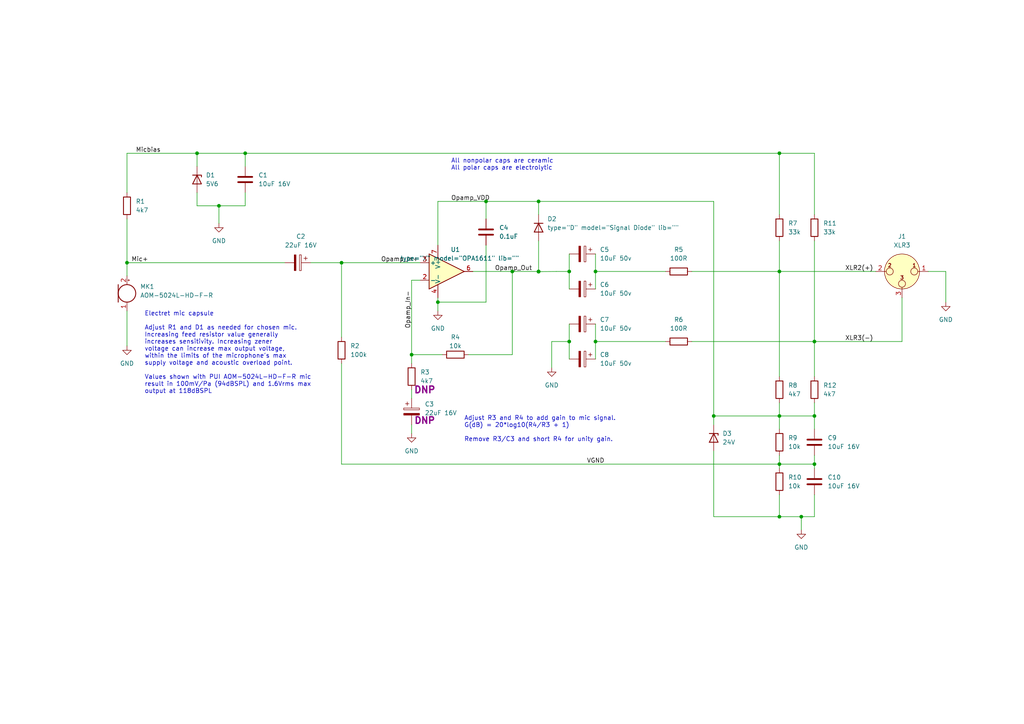
<source format=kicad_sch>
(kicad_sch (version 20211123) (generator eeschema)
  (paper "A4")
  (title_block (title "OpenRefMic") (date "2022-06-13") (rev "1.0") (company "Loudifier - MIT license - https://github.com/loudifier/OpenRefMic"))
  (lib_symbols
    (symbol "Connector:XLR3" (pin_names hide)
      (property "Reference" "J" (at 0 8.89 0))
      (property "Value" "XLR3" (at 0 6.35 0))
      (symbol "XLR3_0_1"
        (circle (center -3.556 0) (radius 1.016))
        (circle (center 0 -3.556) (radius 1.016))
        (polyline (pts (xy -5.08 0) (xy -4.572 0)))
        (polyline (pts (xy 0 -5.08) (xy 0 -4.572)))
        (polyline (pts (xy 5.08 0) (xy 4.572 0)))
        (circle (center 0 0) (radius 5.08) (fill (type background)))
        (circle (center 3.556 0) (radius 1.016))
        (text "1" (at -3.556 1.778 0) (effects (font (size 1.016 1.016) bold)))
        (text "2" (at 3.556 1.778 0) (effects (font (size 1.016 1.016) bold)))
        (text "3" (at 0 -1.778 0) (effects (font (size 1.016 1.016) bold)))
        (pin passive line (at -7.62 0 0) (length 2.54) (name "~") (number "1"))
        (pin passive line (at 7.62 0 180) (length 2.54) (name "~") (number "2"))
        (pin passive line (at 0 -7.62 90) (length 2.54) (name "~") (number "3"))
      )
    )
    (symbol "D_Zener_1" (pin_numbers hide) (pin_names (offset 1.016) hide)
      (property "Reference" "D1" (at 2.54 1.2701 90))
      (property "Value" "D_Zener_1" (at 2.54 -1.2699 90))
      (symbol "D_Zener_1_0_1"
        (polyline (pts (xy 1.27 0) (xy -1.27 0)))
        (polyline (pts (xy -1.27 -1.27) (xy -1.27 1.27) (xy -0.762 1.27)) (stroke (width 0.254)))
        (polyline (pts (xy 1.27 -1.27) (xy 1.27 1.27) (xy -1.27 0) (xy 1.27 -1.27)) (stroke (width 0.254)))
      )
      (symbol "D_Zener_1_1_1"
        (pin passive line (at 3.81 0 180) (length 2.54) (name "A") (number "1"))
        (pin passive line (at -3.81 0 0) (length 2.54) (name "K") (number "3"))
      )
    )
    (symbol "Device:C" (pin_numbers hide) (pin_names (offset 0.254))
      (property "Reference" "C" (at 0.635 2.54 0))
      (property "Value" "C" (at 0.635 -2.54 0))
      (symbol "C_0_1"
        (polyline (pts (xy -2.032 -0.762) (xy 2.032 -0.762)) (stroke (width 0.508)))
        (polyline (pts (xy -2.032 0.762) (xy 2.032 0.762)) (stroke (width 0.508)))
      )
      (symbol "C_1_1"
        (pin passive line (at 0 3.81 270) (length 2.794) (name "~") (number "1"))
        (pin passive line (at 0 -3.81 90) (length 2.794) (name "~") (number "2"))
      )
    )
    (symbol "Device:C_Polarized" (pin_numbers hide) (pin_names (offset 0.254))
      (property "Reference" "C" (at 0.635 2.54 0))
      (property "Value" "C_Polarized" (at 0.635 -2.54 0))
      (symbol "C_Polarized_0_1"
        (rectangle (start -2.286 0.508) (end 2.286 1.016))
        (polyline (pts (xy -1.778 2.286) (xy -0.762 2.286)))
        (polyline (pts (xy -1.27 2.794) (xy -1.27 1.778)))
        (rectangle (start 2.286 -0.508) (end -2.286 -1.016) (fill (type outline)))
      )
      (symbol "C_Polarized_1_1"
        (pin passive line (at 0 3.81 270) (length 2.794) (name "~") (number "1"))
        (pin passive line (at 0 -3.81 90) (length 2.794) (name "~") (number "2"))
      )
    )
    (symbol "Device:D_Zener" (pin_numbers hide) (pin_names (offset 1.016) hide)
      (property "Reference" "D3" (at 2.54 1.2701 90))
      (property "Value" "24V" (at 2.54 -1.2699 90))
      (symbol "D_Zener_0_1"
        (polyline (pts (xy 1.27 0) (xy -1.27 0)))
        (polyline (pts (xy -1.27 -1.27) (xy -1.27 1.27) (xy -0.762 1.27)) (stroke (width 0.254)))
        (polyline (pts (xy 1.27 -1.27) (xy 1.27 1.27) (xy -1.27 0) (xy 1.27 -1.27)) (stroke (width 0.254)))
      )
      (symbol "D_Zener_1_1"
        (pin passive line (at 3.81 0 180) (length 2.54) (name "A") (number "1"))
        (pin passive line (at -3.81 0 0) (length 2.54) (name "K") (number "3"))
      )
    )
    (symbol "Device:Microphone" (pin_names (offset 0.0254) hide)
      (property "Reference" "MK" (at -3.81 1.27 0))
      (property "Value" "Microphone" (at -3.81 -0.635 0))
      (symbol "Microphone_0_1"
        (polyline (pts (xy -2.54 2.54) (xy -2.54 -2.54)) (stroke (width 0.254)))
        (polyline (pts (xy 0.254 3.81) (xy 0.762 3.81)))
        (polyline (pts (xy 0.508 4.064) (xy 0.508 3.556)))
        (circle (center 0 0) (radius 2.54) (stroke (width 0.254)))
      )
      (symbol "Microphone_1_1"
        (pin passive line (at 0 -5.08 90) (length 2.54) (name "-") (number "1"))
        (pin passive line (at 0 5.08 270) (length 2.54) (name "+") (number "2"))
      )
    )
    (symbol "Device:R" (pin_numbers hide) (pin_names (offset 0))
      (property "Reference" "R" (at 2.032 0 90))
      (property "Value" "R" (at 0 0 90))
      (symbol "R_0_1"
        (rectangle (start -1.016 -2.54) (end 1.016 2.54) (stroke (width 0.254)))
      )
      (symbol "R_1_1"
        (pin passive line (at 0 3.81 270) (length 1.27) (name "~") (number "1"))
        (pin passive line (at 0 -3.81 90) (length 1.27) (name "~") (number "2"))
      )
    )
    (symbol "Simulation_SPICE:DIODE" (pin_numbers hide) (pin_names (offset 1.016) hide)
      (property "Reference" "D2" (at 2.54 1.2701 90))
      (property "Value" "DIODE" (at 2.54 -1.2699 90))
      (symbol "DIODE_0_1"
        (polyline (pts (xy 1.27 0) (xy -1.27 0)))
        (polyline (pts (xy 1.27 1.27) (xy 1.27 -1.27)) (stroke (width 0.254)))
        (polyline (pts (xy -1.27 -1.27) (xy -1.27 1.27) (xy 1.27 0) (xy -1.27 -1.27)) (stroke (width 0.254)))
      )
      (symbol "DIODE_1_1"
        (pin passive line (at -3.81 0 0) (length 2.54) (name "A") (number "1"))
        (pin passive line (at 3.81 0 180) (length 2.54) (name "K") (number "3"))
      )
    )
    (symbol "Simulation_SPICE:OPAMP" (pin_names (offset 0.254))
      (property "Reference" "U1" (at 10.16 4.699 0))
      (property "Value" "OPAMP" (at 10.16 2.159 0))
      (symbol "OPAMP_0_1"
        (polyline (pts (xy 5.08 0) (xy -5.08 5.08) (xy -5.08 -5.08) (xy 5.08 0)) (stroke (width 0.254)) (fill (type background)))
      )
      (symbol "OPAMP_1_1"
        (pin input line (at -7.62 -2.54 0) (length 2.54) (name "-") (number "2"))
        (pin input line (at -7.62 2.54 0) (length 2.54) (name "+") (number "3"))
        (pin power_in line (at -2.54 -7.62 90) (length 3.81) (name "V-") (number "4"))
        (pin output line (at 7.62 0 180) (length 2.54) (name "~") (number "6"))
        (pin power_in line (at -2.54 7.62 270) (length 3.81) (name "V+") (number "7"))
      )
    )
    (symbol "power:GND" (power) (pin_names (offset 0))
      (property "Value" "GND" (at 0 -3.81 0))
      (symbol "GND_0_1"
        (polyline (pts (xy 0 0) (xy 0 -1.27) (xy 1.27 -1.27) (xy 0 -2.54) (xy -1.27 -1.27) (xy 0 -1.27)))
      )
      (symbol "GND_1_1"
        (pin power_in line (at 0 0 270) (length 0) hide (name "GND") (number "1"))
      )
    )
  )
  (junction (at 156.21 78.7838))
  (junction (at 99.06 76.2))
  (junction (at 236.22 99.06))
  (junction (at 236.22 120.65))
  (junction (at 165.1 78.74))
  (junction (at 172.72 99.06))
  (junction (at 140.97 58.42))
  (junction (at 226.06 44.45))
  (junction (at 226.06 120.65))
  (junction (at 226.06 149.86))
  (junction (at 127 87.63))
  (junction (at 148.59 78.74))
  (junction (at 207.01 120.65))
  (junction (at 156.21 58.42))
  (junction (at 226.06 134.62))
  (junction (at 63.5 59.69))
  (junction (at 236.22 134.62))
  (junction (at 172.72 78.74))
  (junction (at 57.15 44.45))
  (junction (at 119.38 102.87))
  (junction (at 156.21 78.74))
  (junction (at 71.12 44.45))
  (junction (at 232.41 149.86))
  (junction (at 226.06 78.74))
  (junction (at 36.83 76.2))
  (junction (at 165.1 99.06))
  (wire (pts (xy 71.12 44.45) (xy 71.12 48.26)))
  (wire (pts (xy 63.5 59.69) (xy 63.5 64.77)))
  (wire (pts (xy 156.21 78.7838) (xy 156.21 78.74)))
  (wire (pts (xy 236.22 120.65) (xy 236.22 124.46)))
  (wire (pts (xy 119.38 113.03) (xy 119.38 115.57)))
  (wire (pts (xy 99.06 134.62) (xy 226.06 134.62)))
  (wire (pts (xy 127 58.42) (xy 140.97 58.42)))
  (wire (pts (xy 161.29 78.74) (xy 165.1 78.74)))
  (wire (pts (xy 57.15 59.69) (xy 63.5 59.69)))
  (wire (pts (xy 165.1 73.66) (xy 165.1 78.74)))
  (wire (pts (xy 226.06 120.65) (xy 226.06 124.46)))
  (wire (pts (xy 119.38 102.87) (xy 119.38 105.41)))
  (wire (pts (xy 226.06 78.74) (xy 254 78.74)))
  (wire (pts (xy 236.22 62.23) (xy 236.22 44.45)))
  (wire (pts (xy 226.06 134.62) (xy 226.06 135.89)))
  (wire (pts (xy 161.29 78.74) (xy 156.21 78.7838)))
  (wire (pts (xy 226.06 69.85) (xy 226.06 78.74)))
  (wire (pts (xy 172.72 78.74) (xy 193.04 78.74)))
  (wire (pts (xy 156.21 58.42) (xy 156.21 62.23)))
  (wire (pts (xy 140.97 58.42) (xy 140.97 63.5)))
  (wire (pts (xy 148.59 78.74) (xy 156.21 78.74)))
  (wire (pts (xy 57.15 44.45) (xy 57.15 48.26)))
  (wire (pts (xy 165.1 99.06) (xy 165.1 104.14)))
  (wire (pts (xy 207.01 58.42) (xy 207.01 120.65)))
  (wire (pts (xy 172.72 99.06) (xy 193.04 99.06)))
  (wire (pts (xy 99.06 97.79) (xy 99.06 76.2)))
  (wire (pts (xy 236.22 134.62) (xy 236.22 135.89)))
  (wire (pts (xy 119.38 81.28) (xy 119.38 102.87)))
  (wire (pts (xy 36.83 63.5) (xy 36.83 76.2)))
  (wire (pts (xy 156.21 69.85) (xy 156.21 78.74)))
  (wire (pts (xy 232.41 149.86) (xy 236.22 149.86)))
  (wire (pts (xy 236.22 116.84) (xy 236.22 120.65)))
  (wire (pts (xy 236.22 132.08) (xy 236.22 134.62)))
  (wire (pts (xy 140.97 87.63) (xy 127 87.63)))
  (wire (pts (xy 172.72 78.74) (xy 172.72 83.82)))
  (wire (pts (xy 128.27 102.87) (xy 119.38 102.87)))
  (wire (pts (xy 207.01 120.65) (xy 226.06 120.65)))
  (wire (pts (xy 261.62 86.36) (xy 261.62 99.06)))
  (wire (pts (xy 261.62 99.06) (xy 236.22 99.06)))
  (wire (pts (xy 36.83 90.17) (xy 36.83 100.33)))
  (wire (pts (xy 90.17 76.2) (xy 99.06 76.2)))
  (wire (pts (xy 165.1 78.74) (xy 165.1 83.82)))
  (wire (pts (xy 165.1 93.98) (xy 165.1 99.06)))
  (wire (pts (xy 274.32 87.63) (xy 274.32 78.74)))
  (wire (pts (xy 99.06 76.2) (xy 121.92 76.2)))
  (wire (pts (xy 63.5 59.69) (xy 71.12 59.69)))
  (wire (pts (xy 57.15 55.88) (xy 57.15 59.69)))
  (wire (pts (xy 226.06 44.45) (xy 71.12 44.45)))
  (wire (pts (xy 236.22 99.06) (xy 236.22 109.22)))
  (wire (pts (xy 232.41 149.86) (xy 226.06 149.86)))
  (wire (pts (xy 36.83 44.45) (xy 36.83 55.88)))
  (wire (pts (xy 165.1 99.06) (xy 160.02 99.06)))
  (wire (pts (xy 226.06 132.08) (xy 226.06 134.62)))
  (wire (pts (xy 200.66 99.06) (xy 236.22 99.06)))
  (wire (pts (xy 236.22 149.86) (xy 236.22 143.51)))
  (wire (pts (xy 36.83 44.45) (xy 57.15 44.45)))
  (wire (pts (xy 172.72 93.98) (xy 172.72 99.06)))
  (wire (pts (xy 36.83 76.2) (xy 36.83 80.01)))
  (wire (pts (xy 127 86.36) (xy 127 87.63)))
  (wire (pts (xy 119.38 123.19) (xy 119.38 125.73)))
  (wire (pts (xy 127 71.12) (xy 127 58.42)))
  (wire (pts (xy 207.01 130.81) (xy 207.01 149.86)))
  (wire (pts (xy 232.41 149.86) (xy 232.41 153.67)))
  (wire (pts (xy 172.72 73.66) (xy 172.72 78.74)))
  (wire (pts (xy 207.01 149.86) (xy 226.06 149.86)))
  (wire (pts (xy 236.22 69.85) (xy 236.22 99.06)))
  (wire (pts (xy 121.92 81.28) (xy 119.38 81.28)))
  (wire (pts (xy 226.06 120.65) (xy 236.22 120.65)))
  (wire (pts (xy 148.59 102.87) (xy 148.59 78.74)))
  (wire (pts (xy 200.66 78.74) (xy 226.06 78.74)))
  (wire (pts (xy 236.22 44.45) (xy 226.06 44.45)))
  (wire (pts (xy 160.02 99.06) (xy 160.02 106.6362)))
  (wire (pts (xy 156.21 58.42) (xy 207.01 58.42)))
  (wire (pts (xy 172.72 99.06) (xy 172.72 104.14)))
  (wire (pts (xy 71.12 44.45) (xy 57.15 44.45)))
  (wire (pts (xy 99.06 105.41) (xy 99.06 134.62)))
  (wire (pts (xy 135.89 102.87) (xy 148.59 102.87)))
  (wire (pts (xy 127 87.63) (xy 127 90.17)))
  (wire (pts (xy 140.97 58.42) (xy 156.21 58.42)))
  (wire (pts (xy 71.12 55.88) (xy 71.12 59.69)))
  (wire (pts (xy 226.06 109.22) (xy 226.06 78.74)))
  (wire (pts (xy 140.97 71.12) (xy 140.97 87.63)))
  (wire (pts (xy 207.01 123.19) (xy 207.01 120.65)))
  (wire (pts (xy 226.06 149.86) (xy 226.06 143.51)))
  (wire (pts (xy 274.32 78.74) (xy 269.24 78.74)))
  (wire (pts (xy 137.16 78.74) (xy 148.59 78.74)))
  (wire (pts (xy 226.06 134.62) (xy 236.22 134.62)))
  (wire (pts (xy 226.06 116.84) (xy 226.06 120.65)))
  (wire (pts (xy 36.83 76.2) (xy 82.55 76.2)))
  (wire (pts (xy 226.06 44.45) (xy 226.06 62.23)))
  (text "All nonpolar caps are ceramic\nAll polar caps are electrolytic" (at 130.81 49.53 0) (effects (font (size 1.27 1.27)) (justify left bottom)))
  (text "Adjust R3 and R4 to add gain to mic signal.\nG(dB) = 20*log10(R4/R3 + 1)\n\nRemove R3/C3 and short R4 for unity gain. " (at 134.62 128.27 0) (effects (font (size 1.27 1.27)) (justify left bottom)))
  (text "Electret mic capsule\n\nAdjust R1 and D1 as needed for chosen mic.\nIncreasing feed resistor value generally\nincreases sensitivity. Increasing zener\nvoltage can increase max output voltage,\nwithin the limits of the microphone's max\nsupply voltage and acoustic overload point.\n\nValues shown with PUI AOM-5024L-HD-F-R mic\nresult in 100mV/Pa (94dBSPL) and 1.6Vrms max\noutput at 118dBSPL" (at 41.91 114.3 0) (effects (font (size 1.27 1.27)) (justify left bottom)))
  (label "XLR3(-)" (at 245.11 99.06 0))
  (label "Opamp_In+" (at 110.49 76.2 0))
  (label "Opamp_VDD" (at 130.81 58.42 0))
  (label "Micbias" (at 39.37 44.45 0))
  (label "Opamp_In-" (at 119.38 95.25 90))
  (label "Opamp_Out" (at 143.51 78.74 0))
  (label "XLR2(+)" (at 245.11 78.74 0))
  (label "Mic+" (at 38.1 76.2 0))
  (label "VGND" (at 170.18 134.62 0))
  (symbol (lib_id "Simulation_SPICE:OPAMP") (at 129.54 78.74 0) (unit 1)
    (property "Reference" "U1" (at 132.08 72.39 0))
    (property "Value" "OPA1611" (at 133.35 74.93 0))
    (property "Footprint" "Package_SO:SOIC-8_3.9x4.9mm_P1.27mm" (effects hide))
    (property "Spice_Netlist_Enabled" "Y" (effects hide))
    (property "Spice_Primitive" "X" (effects hide))
  )
  (symbol (lib_id "Device:R") (at 196.85 78.74 90) (unit 1)
    (property "Reference" "R5" (at 196.85 72.39 90))
    (property "Value" "100R" (at 196.85 74.93 90))
    (property "Footprint" "Resistor_SMD:R_0603_1608Metric_Pad0.98x0.95mm_HandSolder" (effects hide))
  )
  (symbol (lib_id "Device:D_Zener") (at 207.01 127 270) (unit 1)
    (property "Reference" "D3" (at 209.55 125.73 90) (effects (justify left)))
    (property "Value" "24V" (at 209.55 128.27 90) (effects (justify left)))
    (property "Footprint" "Package_TO_SOT_SMD:SOT-23_Handsoldering" (effects hide))
  )
  (symbol (lib_id "Simulation_SPICE:DIODE") (at 156.21 66.04 90) (unit 1)
    (property "Reference" "D2" (at 158.75 63.5 90) (effects (justify right)))
    (property "Value" "Signal Diode" (at 158.75 66.04 90) (effects (justify right)))
    (property "Footprint" "Package_TO_SOT_SMD:SOT-23_Handsoldering" (effects hide))
    (property "Spice_Netlist_Enabled" "Y" (effects hide))
    (property "Spice_Primitive" "D" (effects hide))
  )
  (symbol (lib_id "power:GND") (at 36.83 100.33 0) (unit 1)
    (property "Reference" "#PWR01" (effects hide))
    (property "Value" "GND" (at 36.83 105.41 0))
  )
  (symbol (lib_id "power:GND") (at 232.41 153.67 0) (unit 1)
    (property "Reference" "#PWR06" (effects hide))
    (property "Value" "GND" (at 232.41 158.75 0))
  )
  (symbol (lib_id "Device:C_Polarized") (at 119.38 119.38 0) (unit 1) (in_bom no)
    (property "Reference" "C3" (at 123.19 117.2209 0) (effects (justify left)))
    (property "Value" "22uF 16V" (at 123.19 119.7609 0) (effects (justify left)))
    (property "Footprint" "Capacitor_SMD:CP_Elec_5x5.4" (effects hide))
    (property "DNP" "DNP" (at 123.19 121.92 0) (effects (font (size 1.905 1.905) bold)))
  )
  (symbol (lib_id "Device:C") (at 236.22 128.27 0) (unit 1)
    (property "Reference" "C9" (at 240.03 126.9999 0) (effects (justify left)))
    (property "Value" "10uF 16V" (at 240.03 129.5399 0) (effects (justify left)))
    (property "Footprint" "Capacitor_SMD:C_0805_2012Metric_Pad1.18x1.45mm_HandSolder" (effects hide))
  )
  (symbol (lib_id "power:GND") (at 160.02 106.6362 0) (unit 1)
    (property "Reference" "#PWR05" (effects hide))
    (property "Value" "GND" (at 160.02 111.7162 0))
  )
  (symbol (lib_id "Device:R") (at 226.06 139.7 0) (unit 1)
    (property "Reference" "R10" (at 228.6 138.4299 0) (effects (justify left)))
    (property "Value" "10k" (at 228.6 140.9699 0) (effects (justify left)))
    (property "Footprint" "Resistor_SMD:R_0603_1608Metric_Pad0.98x0.95mm_HandSolder" (effects hide))
  )
  (symbol (lib_id "power:GND") (at 119.38 125.73 0) (unit 1)
    (property "Reference" "#PWR03" (effects hide))
    (property "Value" "GND" (at 119.38 130.81 0))
  )
  (symbol (lib_id "Device:R") (at 226.06 66.04 0) (unit 1)
    (property "Reference" "R7" (at 228.6 64.7699 0) (effects (justify left)))
    (property "Value" "33k" (at 228.6 67.3099 0) (effects (justify left)))
    (property "Footprint" "Resistor_SMD:R_0603_1608Metric_Pad0.98x0.95mm_HandSolder" (effects hide))
  )
  (symbol (lib_id "Device:C") (at 71.12 52.07 0) (unit 1)
    (property "Reference" "C1" (at 74.93 50.7999 0) (effects (justify left)))
    (property "Value" "10uF 16V" (at 74.93 53.3399 0) (effects (justify left)))
    (property "Footprint" "Capacitor_SMD:C_0805_2012Metric_Pad1.18x1.45mm_HandSolder" (effects hide))
  )
  (symbol (lib_id "Device:Microphone") (at 36.83 85.09 0) (unit 1)
    (property "Reference" "MK1" (at 40.64 83.1214 0) (effects (justify left)))
    (property "Value" "AOM-5024L-HD-F-R" (at 40.64 85.6614 0) (effects (justify left)))
    (property "Footprint" "Connector_PinHeader_2.54mm:PinHeader_1x02_P2.54mm_Vertical" (effects hide))
  )
  (symbol (lib_id "power:GND") (at 63.5 64.77 0) (unit 1)
    (property "Reference" "#PWR02" (effects hide))
    (property "Value" "GND" (at 63.5 69.85 0))
  )
  (symbol (lib_id "Device:C_Polarized") (at 168.91 104.14 270) (unit 1)
    (property "Reference" "C8" (at 173.99 102.87 90) (effects (justify left)))
    (property "Value" "10uF 50v" (at 173.99 105.41 90) (effects (justify left)))
    (property "Footprint" "Capacitor_SMD:CP_Elec_6.3x5.4_Nichicon" (effects hide))
  )
  (symbol (lib_id "Device:R") (at 226.06 128.27 0) (unit 1)
    (property "Reference" "R9" (at 228.6 126.9999 0) (effects (justify left)))
    (property "Value" "10k" (at 228.6 129.5399 0) (effects (justify left)))
    (property "Footprint" "Resistor_SMD:R_0603_1608Metric_Pad0.98x0.95mm_HandSolder" (effects hide))
  )
  (symbol (lib_id "Device:R") (at 236.22 113.03 0) (unit 1)
    (property "Reference" "R12" (at 238.76 111.7599 0) (effects (justify left)))
    (property "Value" "4k7" (at 238.76 114.2999 0) (effects (justify left)))
    (property "Footprint" "Resistor_SMD:R_0603_1608Metric_Pad0.98x0.95mm_HandSolder" (effects hide))
  )
  (symbol (lib_id "Device:C_Polarized") (at 168.91 83.82 270) (unit 1)
    (property "Reference" "C6" (at 173.99 82.55 90) (effects (justify left)))
    (property "Value" "10uF 50v" (at 173.99 85.09 90) (effects (justify left)))
    (property "Footprint" "Capacitor_SMD:CP_Elec_6.3x5.4_Nichicon" (effects hide))
  )
  (symbol (lib_id "Device:R") (at 99.06 101.6 0) (unit 1)
    (property "Reference" "R2" (at 101.6 100.3299 0) (effects (justify left)))
    (property "Value" "100k" (at 101.6 102.8699 0) (effects (justify left)))
    (property "Footprint" "Resistor_SMD:R_0603_1608Metric_Pad0.98x0.95mm_HandSolder" (effects hide))
  )
  (symbol (lib_id "Device:C_Polarized") (at 168.91 73.66 270) (unit 1)
    (property "Reference" "C5" (at 173.99 72.39 90) (effects (justify left)))
    (property "Value" "10uF 50v" (at 173.99 74.93 90) (effects (justify left)))
    (property "Footprint" "Capacitor_SMD:CP_Elec_6.3x5.4_Nichicon" (effects hide))
  )
  (symbol (lib_id "Connector:XLR3") (at 261.62 78.74 0) (mirror y) (unit 1)
    (property "Reference" "J1" (at 261.62 68.58 0))
    (property "Value" "XLR3" (at 261.62 71.12 0))
    (property "Footprint" "Connector_PinHeader_2.54mm:PinHeader_1x03_P2.54mm_Vertical" (effects hide))
    (property "Datasheet" " ~" (effects hide))
  )
  (symbol (lib_id "power:GND") (at 127 90.17 0) (unit 1)
    (property "Reference" "#PWR04" (effects hide))
    (property "Value" "GND" (at 127 95.25 0))
  )
  (symbol (lib_id "Device:C") (at 140.97 67.31 0) (unit 1)
    (property "Reference" "C4" (at 144.78 66.0399 0) (effects (justify left)))
    (property "Value" "0.1uF" (at 144.78 68.5799 0) (effects (justify left)))
    (property "Footprint" "Capacitor_SMD:C_0603_1608Metric_Pad1.08x0.95mm_HandSolder" (effects hide))
  )
  (symbol (lib_id "Device:R") (at 196.85 99.06 90) (unit 1)
    (property "Reference" "R6" (at 196.85 92.71 90))
    (property "Value" "100R" (at 196.85 95.25 90))
    (property "Footprint" "Resistor_SMD:R_0603_1608Metric_Pad0.98x0.95mm_HandSolder" (effects hide))
  )
  (symbol (lib_id "Device:R") (at 236.22 66.04 0) (unit 1)
    (property "Reference" "R11" (at 238.76 64.7699 0) (effects (justify left)))
    (property "Value" "33k" (at 238.76 67.3099 0) (effects (justify left)))
    (property "Footprint" "Resistor_SMD:R_0603_1608Metric_Pad0.98x0.95mm_HandSolder" (effects hide))
  )
  (symbol (lib_id "Device:R") (at 119.38 109.22 0) (unit 1) (in_bom no)
    (property "Reference" "R3" (at 121.92 107.9499 0) (effects (justify left)))
    (property "Value" "4k7" (at 121.92 110.4899 0) (effects (justify left)))
    (property "Footprint" "Resistor_SMD:R_0603_1608Metric_Pad0.98x0.95mm_HandSolder" (effects hide))
    (property "DNP" "DNP" (at 123.19 113.03 0) (effects (font (size 1.95 1.95) bold)))
  )
  (symbol (lib_id "Device:R") (at 132.08 102.87 90) (unit 1)
    (property "Reference" "R4" (at 132.08 97.79 90))
    (property "Value" "10k" (at 132.08 100.33 90))
    (property "Footprint" "Resistor_SMD:R_0603_1608Metric_Pad0.98x0.95mm_HandSolder" (effects hide))
  )
  (symbol (lib_id "power:GND") (at 274.32 87.63 0) (unit 1)
    (property "Reference" "#PWR07" (effects hide))
    (property "Value" "GND" (at 274.32 92.71 0))
  )
  (symbol (lib_name "D_Zener_1") (lib_id "Device:D_Zener") (at 57.15 52.07 270) (unit 1)
    (property "Reference" "D1" (at 59.69 50.8 90) (effects (justify left)))
    (property "Value" "5V6" (at 59.69 53.34 90) (effects (justify left)))
    (property "Footprint" "Package_TO_SOT_SMD:SC-59_Handsoldering" (effects hide))
  )
  (symbol (lib_id "Device:C_Polarized") (at 86.36 76.2 270) (unit 1)
    (property "Reference" "C2" (at 87.249 68.58 90))
    (property "Value" "22uF 16V" (at 87.249 71.12 90))
    (property "Footprint" "Capacitor_SMD:CP_Elec_5x5.4" (effects hide))
  )
  (symbol (lib_id "Device:C") (at 236.22 139.7 0) (unit 1)
    (property "Reference" "C10" (at 240.03 138.4299 0) (effects (justify left)))
    (property "Value" "10uF 16V" (at 240.03 140.9699 0) (effects (justify left)))
    (property "Footprint" "Capacitor_SMD:C_0805_2012Metric_Pad1.18x1.45mm_HandSolder" (effects hide))
  )
  (symbol (lib_id "Device:R") (at 36.83 59.69 0) (unit 1)
    (property "Reference" "R1" (at 39.37 58.4199 0) (effects (justify left)))
    (property "Value" "4k7" (at 39.37 60.9599 0) (effects (justify left)))
    (property "Footprint" "Resistor_SMD:R_0603_1608Metric_Pad0.98x0.95mm_HandSolder" (effects hide))
  )
  (symbol (lib_id "Device:R") (at 226.06 113.03 0) (unit 1)
    (property "Reference" "R8" (at 228.6 111.7599 0) (effects (justify left)))
    (property "Value" "4k7" (at 228.6 114.2999 0) (effects (justify left)))
    (property "Footprint" "Resistor_SMD:R_0603_1608Metric_Pad0.98x0.95mm_HandSolder" (effects hide))
  )
  (symbol (lib_id "Device:C_Polarized") (at 168.91 93.98 270) (unit 1)
    (property "Reference" "C7" (at 173.99 92.71 90) (effects (justify left)))
    (property "Value" "10uF 50v" (at 173.99 95.25 90) (effects (justify left)))
    (property "Footprint" "Capacitor_SMD:CP_Elec_6.3x5.4_Nichicon" (effects hide))
  )
)
</source>
